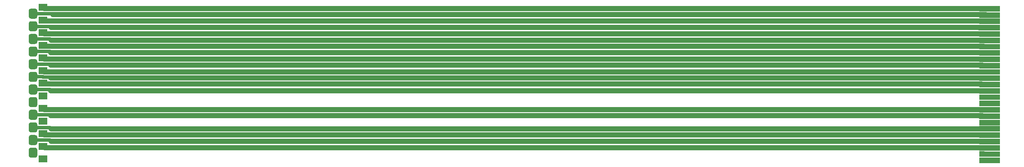
<source format=gbr>
%TF.GenerationSoftware,KiCad,Pcbnew,(5.1.9)-1*%
%TF.CreationDate,2021-05-28T12:30:45-05:00*%
%TF.ProjectId,MCD QSB,4d434420-5153-4422-9e6b-696361645f70,rev?*%
%TF.SameCoordinates,Original*%
%TF.FileFunction,Copper,L1,Top*%
%TF.FilePolarity,Positive*%
%FSLAX46Y46*%
G04 Gerber Fmt 4.6, Leading zero omitted, Abs format (unit mm)*
G04 Created by KiCad (PCBNEW (5.1.9)-1) date 2021-05-28 12:30:45*
%MOMM*%
%LPD*%
G01*
G04 APERTURE LIST*
%TA.AperFunction,EtchedComponent*%
%ADD10C,0.100000*%
%TD*%
%TA.AperFunction,ComponentPad*%
%ADD11R,1.700000X1.400000*%
%TD*%
%TA.AperFunction,SMDPad,CuDef*%
%ADD12R,1.000000X1.000000*%
%TD*%
%TA.AperFunction,ConnectorPad*%
%ADD13R,1.000000X1.000000*%
%TD*%
%TA.AperFunction,ViaPad*%
%ADD14C,0.800000*%
%TD*%
%TA.AperFunction,Conductor*%
%ADD15C,1.000000*%
%TD*%
%TA.AperFunction,Conductor*%
%ADD16C,0.700000*%
%TD*%
%TA.AperFunction,Conductor*%
%ADD17C,0.250000*%
%TD*%
%TA.AperFunction,Conductor*%
%ADD18C,0.650000*%
%TD*%
G04 APERTURE END LIST*
D10*
%TO.C,J2*%
G36*
X237268000Y-90148000D02*
G01*
X237268000Y-89148000D01*
X241268000Y-89148000D01*
X241268000Y-90148000D01*
X237268000Y-90148000D01*
G37*
X237268000Y-90148000D02*
X237268000Y-89148000D01*
X241268000Y-89148000D01*
X241268000Y-90148000D01*
X237268000Y-90148000D01*
G36*
X237268000Y-91398000D02*
G01*
X237268000Y-90398000D01*
X241268000Y-90398000D01*
X241268000Y-91398000D01*
X237268000Y-91398000D01*
G37*
X237268000Y-91398000D02*
X237268000Y-90398000D01*
X241268000Y-90398000D01*
X241268000Y-91398000D01*
X237268000Y-91398000D01*
G36*
X237268000Y-92648000D02*
G01*
X237268000Y-91648000D01*
X241268000Y-91648000D01*
X241268000Y-92648000D01*
X237268000Y-92648000D01*
G37*
X237268000Y-92648000D02*
X237268000Y-91648000D01*
X241268000Y-91648000D01*
X241268000Y-92648000D01*
X237268000Y-92648000D01*
G36*
X237268000Y-93898000D02*
G01*
X237268000Y-92898000D01*
X241268000Y-92898000D01*
X241268000Y-93898000D01*
X237268000Y-93898000D01*
G37*
X237268000Y-93898000D02*
X237268000Y-92898000D01*
X241268000Y-92898000D01*
X241268000Y-93898000D01*
X237268000Y-93898000D01*
G36*
X237268000Y-95148000D02*
G01*
X237268000Y-94148000D01*
X241268000Y-94148000D01*
X241268000Y-95148000D01*
X237268000Y-95148000D01*
G37*
X237268000Y-95148000D02*
X237268000Y-94148000D01*
X241268000Y-94148000D01*
X241268000Y-95148000D01*
X237268000Y-95148000D01*
G36*
X237268000Y-96398000D02*
G01*
X237268000Y-95398000D01*
X241268000Y-95398000D01*
X241268000Y-96398000D01*
X237268000Y-96398000D01*
G37*
X237268000Y-96398000D02*
X237268000Y-95398000D01*
X241268000Y-95398000D01*
X241268000Y-96398000D01*
X237268000Y-96398000D01*
G36*
X237268000Y-97648000D02*
G01*
X237268000Y-96648000D01*
X241268000Y-96648000D01*
X241268000Y-97648000D01*
X237268000Y-97648000D01*
G37*
X237268000Y-97648000D02*
X237268000Y-96648000D01*
X241268000Y-96648000D01*
X241268000Y-97648000D01*
X237268000Y-97648000D01*
G36*
X237268000Y-98898000D02*
G01*
X237268000Y-97898000D01*
X241268000Y-97898000D01*
X241268000Y-98898000D01*
X237268000Y-98898000D01*
G37*
X237268000Y-98898000D02*
X237268000Y-97898000D01*
X241268000Y-97898000D01*
X241268000Y-98898000D01*
X237268000Y-98898000D01*
G36*
X237268000Y-100148000D02*
G01*
X237268000Y-99148000D01*
X241268000Y-99148000D01*
X241268000Y-100148000D01*
X237268000Y-100148000D01*
G37*
X237268000Y-100148000D02*
X237268000Y-99148000D01*
X241268000Y-99148000D01*
X241268000Y-100148000D01*
X237268000Y-100148000D01*
G36*
X237268000Y-101398000D02*
G01*
X237268000Y-100398000D01*
X241268000Y-100398000D01*
X241268000Y-101398000D01*
X237268000Y-101398000D01*
G37*
X237268000Y-101398000D02*
X237268000Y-100398000D01*
X241268000Y-100398000D01*
X241268000Y-101398000D01*
X237268000Y-101398000D01*
G36*
X237268000Y-102648000D02*
G01*
X237268000Y-101648000D01*
X241268000Y-101648000D01*
X241268000Y-102648000D01*
X237268000Y-102648000D01*
G37*
X237268000Y-102648000D02*
X237268000Y-101648000D01*
X241268000Y-101648000D01*
X241268000Y-102648000D01*
X237268000Y-102648000D01*
G36*
X237268000Y-103898000D02*
G01*
X237268000Y-102898000D01*
X241268000Y-102898000D01*
X241268000Y-103898000D01*
X237268000Y-103898000D01*
G37*
X237268000Y-103898000D02*
X237268000Y-102898000D01*
X241268000Y-102898000D01*
X241268000Y-103898000D01*
X237268000Y-103898000D01*
G36*
X237268000Y-120148000D02*
G01*
X237268000Y-119148000D01*
X241268000Y-119148000D01*
X241268000Y-120148000D01*
X237268000Y-120148000D01*
G37*
X237268000Y-120148000D02*
X237268000Y-119148000D01*
X241268000Y-119148000D01*
X241268000Y-120148000D01*
X237268000Y-120148000D01*
G36*
X237268000Y-118898000D02*
G01*
X237268000Y-117898000D01*
X241268000Y-117898000D01*
X241268000Y-118898000D01*
X237268000Y-118898000D01*
G37*
X237268000Y-118898000D02*
X237268000Y-117898000D01*
X241268000Y-117898000D01*
X241268000Y-118898000D01*
X237268000Y-118898000D01*
G36*
X237268000Y-117648000D02*
G01*
X237268000Y-116648000D01*
X241268000Y-116648000D01*
X241268000Y-117648000D01*
X237268000Y-117648000D01*
G37*
X237268000Y-117648000D02*
X237268000Y-116648000D01*
X241268000Y-116648000D01*
X241268000Y-117648000D01*
X237268000Y-117648000D01*
G36*
X237268000Y-116398000D02*
G01*
X237268000Y-115398000D01*
X241268000Y-115398000D01*
X241268000Y-116398000D01*
X237268000Y-116398000D01*
G37*
X237268000Y-116398000D02*
X237268000Y-115398000D01*
X241268000Y-115398000D01*
X241268000Y-116398000D01*
X237268000Y-116398000D01*
G36*
X237268000Y-115148000D02*
G01*
X237268000Y-114148000D01*
X241268000Y-114148000D01*
X241268000Y-115148000D01*
X237268000Y-115148000D01*
G37*
X237268000Y-115148000D02*
X237268000Y-114148000D01*
X241268000Y-114148000D01*
X241268000Y-115148000D01*
X237268000Y-115148000D01*
G36*
X237268000Y-113898000D02*
G01*
X237268000Y-112898000D01*
X241268000Y-112898000D01*
X241268000Y-113898000D01*
X237268000Y-113898000D01*
G37*
X237268000Y-113898000D02*
X237268000Y-112898000D01*
X241268000Y-112898000D01*
X241268000Y-113898000D01*
X237268000Y-113898000D01*
G36*
X237268000Y-105148000D02*
G01*
X237268000Y-104148000D01*
X241268000Y-104148000D01*
X241268000Y-105148000D01*
X237268000Y-105148000D01*
G37*
X237268000Y-105148000D02*
X237268000Y-104148000D01*
X241268000Y-104148000D01*
X241268000Y-105148000D01*
X237268000Y-105148000D01*
G36*
X237268000Y-112648000D02*
G01*
X237268000Y-111648000D01*
X241268000Y-111648000D01*
X241268000Y-112648000D01*
X237268000Y-112648000D01*
G37*
X237268000Y-112648000D02*
X237268000Y-111648000D01*
X241268000Y-111648000D01*
X241268000Y-112648000D01*
X237268000Y-112648000D01*
G36*
X237268000Y-111398000D02*
G01*
X237268000Y-110398000D01*
X241268000Y-110398000D01*
X241268000Y-111398000D01*
X237268000Y-111398000D01*
G37*
X237268000Y-111398000D02*
X237268000Y-110398000D01*
X241268000Y-110398000D01*
X241268000Y-111398000D01*
X237268000Y-111398000D01*
G36*
X237268000Y-110148000D02*
G01*
X237268000Y-109148000D01*
X241268000Y-109148000D01*
X241268000Y-110148000D01*
X237268000Y-110148000D01*
G37*
X237268000Y-110148000D02*
X237268000Y-109148000D01*
X241268000Y-109148000D01*
X241268000Y-110148000D01*
X237268000Y-110148000D01*
G36*
X237268000Y-108898000D02*
G01*
X237268000Y-107898000D01*
X241268000Y-107898000D01*
X241268000Y-108898000D01*
X237268000Y-108898000D01*
G37*
X237268000Y-108898000D02*
X237268000Y-107898000D01*
X241268000Y-107898000D01*
X241268000Y-108898000D01*
X237268000Y-108898000D01*
G36*
X237268000Y-107648000D02*
G01*
X237268000Y-106648000D01*
X241268000Y-106648000D01*
X241268000Y-107648000D01*
X237268000Y-107648000D01*
G37*
X237268000Y-107648000D02*
X237268000Y-106648000D01*
X241268000Y-106648000D01*
X241268000Y-107648000D01*
X237268000Y-107648000D01*
G36*
X237268000Y-106398000D02*
G01*
X237268000Y-105398000D01*
X241268000Y-105398000D01*
X241268000Y-106398000D01*
X237268000Y-106398000D01*
G37*
X237268000Y-106398000D02*
X237268000Y-105398000D01*
X241268000Y-105398000D01*
X241268000Y-106398000D01*
X237268000Y-106398000D01*
%TD*%
D11*
%TO.P,J1,1*%
%TO.N,/CDCK*%
X52832000Y-89408000D03*
%TO.P,J1,2*%
%TO.N,/D-M*%
%TA.AperFunction,ComponentPad*%
G36*
G01*
X49982000Y-91233000D02*
X49982000Y-90083000D01*
G75*
G02*
X50407000Y-89658000I425000J0D01*
G01*
X51257000Y-89658000D01*
G75*
G02*
X51682000Y-90083000I0J-425000D01*
G01*
X51682000Y-91233000D01*
G75*
G02*
X51257000Y-91658000I-425000J0D01*
G01*
X50407000Y-91658000D01*
G75*
G02*
X49982000Y-91233000I0J425000D01*
G01*
G37*
%TD.AperFunction*%
%TO.P,J1,3*%
%TO.N,/IRQ*%
X52832000Y-91908000D03*
%TO.P,J1,4*%
%TO.N,/ERES*%
%TA.AperFunction,ComponentPad*%
G36*
G01*
X49982000Y-93733000D02*
X49982000Y-92583000D01*
G75*
G02*
X50407000Y-92158000I425000J0D01*
G01*
X51257000Y-92158000D01*
G75*
G02*
X51682000Y-92583000I0J-425000D01*
G01*
X51682000Y-93733000D01*
G75*
G02*
X51257000Y-94158000I-425000J0D01*
G01*
X50407000Y-94158000D01*
G75*
G02*
X49982000Y-93733000I0J425000D01*
G01*
G37*
%TD.AperFunction*%
%TO.P,J1,5*%
%TO.N,/HDCK*%
X52832000Y-94408000D03*
%TO.P,J1,6*%
%TO.N,/DB0*%
%TA.AperFunction,ComponentPad*%
G36*
G01*
X49982000Y-96233000D02*
X49982000Y-95083000D01*
G75*
G02*
X50407000Y-94658000I425000J0D01*
G01*
X51257000Y-94658000D01*
G75*
G02*
X51682000Y-95083000I0J-425000D01*
G01*
X51682000Y-96233000D01*
G75*
G02*
X51257000Y-96658000I-425000J0D01*
G01*
X50407000Y-96658000D01*
G75*
G02*
X49982000Y-96233000I0J425000D01*
G01*
G37*
%TD.AperFunction*%
%TO.P,J1,7*%
%TO.N,/DB1*%
X52832000Y-96908000D03*
%TO.P,J1,8*%
%TO.N,/DB2*%
%TA.AperFunction,ComponentPad*%
G36*
G01*
X49982000Y-98733000D02*
X49982000Y-97583000D01*
G75*
G02*
X50407000Y-97158000I425000J0D01*
G01*
X51257000Y-97158000D01*
G75*
G02*
X51682000Y-97583000I0J-425000D01*
G01*
X51682000Y-98733000D01*
G75*
G02*
X51257000Y-99158000I-425000J0D01*
G01*
X50407000Y-99158000D01*
G75*
G02*
X49982000Y-98733000I0J425000D01*
G01*
G37*
%TD.AperFunction*%
%TO.P,J1,9*%
%TO.N,/DB3*%
X52832000Y-99408000D03*
%TO.P,J1,10*%
%TO.N,/C2PO*%
%TA.AperFunction,ComponentPad*%
G36*
G01*
X49982000Y-101233000D02*
X49982000Y-100083000D01*
G75*
G02*
X50407000Y-99658000I425000J0D01*
G01*
X51257000Y-99658000D01*
G75*
G02*
X51682000Y-100083000I0J-425000D01*
G01*
X51682000Y-101233000D01*
G75*
G02*
X51257000Y-101658000I-425000J0D01*
G01*
X50407000Y-101658000D01*
G75*
G02*
X49982000Y-101233000I0J425000D01*
G01*
G37*
%TD.AperFunction*%
%TO.P,J1,11*%
%TO.N,/BCLK*%
X52832000Y-101908000D03*
%TO.P,J1,12*%
%TO.N,/SDATA*%
%TA.AperFunction,ComponentPad*%
G36*
G01*
X49982000Y-103733000D02*
X49982000Y-102583000D01*
G75*
G02*
X50407000Y-102158000I425000J0D01*
G01*
X51257000Y-102158000D01*
G75*
G02*
X51682000Y-102583000I0J-425000D01*
G01*
X51682000Y-103733000D01*
G75*
G02*
X51257000Y-104158000I-425000J0D01*
G01*
X50407000Y-104158000D01*
G75*
G02*
X49982000Y-103733000I0J425000D01*
G01*
G37*
%TD.AperFunction*%
%TO.P,J1,13*%
%TO.N,/LRCK*%
X52832000Y-104408000D03*
%TO.P,J1,14*%
%TO.N,/DFCK*%
%TA.AperFunction,ComponentPad*%
G36*
G01*
X49982000Y-106233000D02*
X49982000Y-105083000D01*
G75*
G02*
X50407000Y-104658000I425000J0D01*
G01*
X51257000Y-104658000D01*
G75*
G02*
X51682000Y-105083000I0J-425000D01*
G01*
X51682000Y-106233000D01*
G75*
G02*
X51257000Y-106658000I-425000J0D01*
G01*
X50407000Y-106658000D01*
G75*
G02*
X49982000Y-106233000I0J425000D01*
G01*
G37*
%TD.AperFunction*%
%TO.P,J1,15*%
%TO.N,Net-(J1-Pad15)*%
X52832000Y-106908000D03*
%TO.P,J1,16*%
%TO.N,Net-(J1-Pad16)*%
%TA.AperFunction,ComponentPad*%
G36*
G01*
X49982000Y-108733000D02*
X49982000Y-107583000D01*
G75*
G02*
X50407000Y-107158000I425000J0D01*
G01*
X51257000Y-107158000D01*
G75*
G02*
X51682000Y-107583000I0J-425000D01*
G01*
X51682000Y-108733000D01*
G75*
G02*
X51257000Y-109158000I-425000J0D01*
G01*
X50407000Y-109158000D01*
G75*
G02*
X49982000Y-108733000I0J425000D01*
G01*
G37*
%TD.AperFunction*%
%TO.P,J1,17*%
%TO.N,/EXCK*%
X52832000Y-109408000D03*
%TO.P,J1,18*%
%TO.N,/SBSO*%
%TA.AperFunction,ComponentPad*%
G36*
G01*
X49982000Y-111233000D02*
X49982000Y-110083000D01*
G75*
G02*
X50407000Y-109658000I425000J0D01*
G01*
X51257000Y-109658000D01*
G75*
G02*
X51682000Y-110083000I0J-425000D01*
G01*
X51682000Y-111233000D01*
G75*
G02*
X51257000Y-111658000I-425000J0D01*
G01*
X50407000Y-111658000D01*
G75*
G02*
X49982000Y-111233000I0J425000D01*
G01*
G37*
%TD.AperFunction*%
%TO.P,J1,19*%
%TO.N,Net-(J1-Pad19)*%
X52832000Y-111908000D03*
%TO.P,J1,20*%
%TO.N,/SCOR*%
%TA.AperFunction,ComponentPad*%
G36*
G01*
X49982000Y-113733000D02*
X49982000Y-112583000D01*
G75*
G02*
X50407000Y-112158000I425000J0D01*
G01*
X51257000Y-112158000D01*
G75*
G02*
X51682000Y-112583000I0J-425000D01*
G01*
X51682000Y-113733000D01*
G75*
G02*
X51257000Y-114158000I-425000J0D01*
G01*
X50407000Y-114158000D01*
G75*
G02*
X49982000Y-113733000I0J425000D01*
G01*
G37*
%TD.AperFunction*%
%TO.P,J1,21*%
%TO.N,/GND*%
X52832000Y-114408000D03*
%TO.P,J1,22*%
%TO.N,/WFCK*%
%TA.AperFunction,ComponentPad*%
G36*
G01*
X49982000Y-116233000D02*
X49982000Y-115083000D01*
G75*
G02*
X50407000Y-114658000I425000J0D01*
G01*
X51257000Y-114658000D01*
G75*
G02*
X51682000Y-115083000I0J-425000D01*
G01*
X51682000Y-116233000D01*
G75*
G02*
X51257000Y-116658000I-425000J0D01*
G01*
X50407000Y-116658000D01*
G75*
G02*
X49982000Y-116233000I0J425000D01*
G01*
G37*
%TD.AperFunction*%
%TO.P,J1,23*%
%TO.N,/VCC*%
X52832000Y-116908000D03*
%TO.P,J1,24*%
%TO.N,Net-(J1-Pad24)*%
%TA.AperFunction,ComponentPad*%
G36*
G01*
X49982000Y-118733000D02*
X49982000Y-117583000D01*
G75*
G02*
X50407000Y-117158000I425000J0D01*
G01*
X51257000Y-117158000D01*
G75*
G02*
X51682000Y-117583000I0J-425000D01*
G01*
X51682000Y-118733000D01*
G75*
G02*
X51257000Y-119158000I-425000J0D01*
G01*
X50407000Y-119158000D01*
G75*
G02*
X49982000Y-118733000I0J425000D01*
G01*
G37*
%TD.AperFunction*%
%TO.P,J1,25*%
%TO.N,Net-(J1-Pad25)*%
X52832000Y-119408000D03*
%TD*%
D12*
%TO.P,J2,25*%
%TO.N,Net-(J2-Pad25)*%
X237768000Y-119648000D03*
%TO.P,J2,24*%
%TO.N,Net-(J2-Pad24)*%
X237768000Y-118398000D03*
%TO.P,J2,23*%
%TO.N,/VCC*%
X237768000Y-117148000D03*
%TO.P,J2,22*%
%TO.N,/WFCK*%
X237768000Y-115898000D03*
%TO.P,J2,21*%
%TO.N,/GND*%
X237768000Y-114648000D03*
%TO.P,J2,20*%
%TO.N,/SCOR*%
X237768000Y-113398000D03*
%TO.P,J2,19*%
%TO.N,Net-(J2-Pad19)*%
X237768000Y-112148000D03*
%TO.P,J2,18*%
%TO.N,/SBSO*%
X237768000Y-110898000D03*
%TO.P,J2,17*%
%TO.N,/EXCK*%
X237768000Y-109648000D03*
%TO.P,J2,16*%
%TO.N,Net-(J2-Pad16)*%
X237768000Y-108398000D03*
D13*
%TO.P,J2,15*%
%TO.N,Net-(J2-Pad15)*%
X237768000Y-107148000D03*
D12*
%TO.P,J2,14*%
%TO.N,/DFCK*%
X237768000Y-105898000D03*
%TO.P,J2,13*%
%TO.N,/LRCK*%
X237768000Y-104648000D03*
%TO.P,J2,12*%
%TO.N,/SDATA*%
X237768000Y-103398000D03*
%TO.P,J2,11*%
%TO.N,/BCLK*%
X237768000Y-102148000D03*
%TO.P,J2,10*%
%TO.N,/C2PO*%
X237768000Y-100898000D03*
%TO.P,J2,9*%
%TO.N,/DB3*%
X237768000Y-99648000D03*
%TO.P,J2,8*%
%TO.N,/DB2*%
X237768000Y-98398000D03*
%TO.P,J2,7*%
%TO.N,/DB1*%
X237768000Y-97148000D03*
%TO.P,J2,6*%
%TO.N,/DB0*%
X237768000Y-95898000D03*
%TO.P,J2,5*%
%TO.N,/HDCK*%
X237768000Y-94648000D03*
%TO.P,J2,4*%
%TO.N,/ERES*%
X237768000Y-93398000D03*
%TO.P,J2,3*%
%TO.N,/IRQ*%
X237768000Y-92148000D03*
%TO.P,J2,2*%
%TO.N,/D-M*%
X237768000Y-90898000D03*
%TO.P,J2,1*%
%TO.N,/CDCK*%
X237768000Y-89648000D03*
%TD*%
D14*
%TO.N,/GND*%
X56852800Y-114648000D03*
X61882000Y-114648000D03*
X67038200Y-114648000D03*
X72459850Y-114661950D03*
X77109300Y-114648000D03*
X82740500Y-114604800D03*
X87960200Y-114681000D03*
X94038400Y-114648000D03*
X99091750Y-114598450D03*
X103924100Y-114642900D03*
X109353350Y-114649250D03*
X115074700Y-114642900D03*
X119811800Y-114630200D03*
X124682250Y-114661950D03*
X129057400Y-114693700D03*
X133578600Y-114744500D03*
X138709400Y-114604800D03*
X142627350Y-114585750D03*
X147523200Y-114604800D03*
X152431750Y-114585750D03*
X157949900Y-114642900D03*
X162452050Y-114636550D03*
X167811450Y-114598450D03*
X172294550Y-114611150D03*
X176123600Y-114642900D03*
X181076600Y-114642900D03*
X185420000Y-114642900D03*
X190119000Y-114642900D03*
X194500500Y-114642900D03*
X198564500Y-114642900D03*
X202565000Y-114642900D03*
X206489300Y-114642900D03*
X210070700Y-114642900D03*
X213906100Y-114642900D03*
X218033600Y-114642900D03*
X221932500Y-114642900D03*
X226161600Y-114642900D03*
X230322100Y-114648000D03*
%TD*%
D15*
%TO.N,/VCC*%
X53121999Y-117197999D02*
X52832000Y-116908000D01*
X237494001Y-117197999D02*
X53121999Y-117197999D01*
X237544000Y-117148000D02*
X237494001Y-117197999D01*
X237768000Y-117148000D02*
X237544000Y-117148000D01*
%TO.N,/WFCK*%
X238251410Y-115900200D02*
X54381400Y-115900200D01*
D16*
X54139200Y-115658000D02*
X50832000Y-115658000D01*
D17*
X54381400Y-115900200D02*
X54139200Y-115658000D01*
D15*
%TO.N,/GND*%
X53072000Y-114648000D02*
X56852800Y-114648000D01*
X52832000Y-114408000D02*
X53072000Y-114648000D01*
X56883300Y-114648000D02*
X61882000Y-114648000D01*
X61882000Y-114648000D02*
X67038200Y-114648000D01*
X67038200Y-114648000D02*
X77109300Y-114648000D01*
X77109300Y-114648000D02*
X94038400Y-114648000D01*
X227794800Y-114648000D02*
X230322100Y-114648000D01*
X227789700Y-114642900D02*
X227794800Y-114648000D01*
X93954600Y-114642900D02*
X103924100Y-114642900D01*
X103924100Y-114642900D02*
X115074700Y-114642900D01*
X115074700Y-114642900D02*
X157949900Y-114642900D01*
X157949900Y-114642900D02*
X176123600Y-114642900D01*
X176123600Y-114642900D02*
X181076600Y-114642900D01*
X181076600Y-114642900D02*
X185420000Y-114642900D01*
X185420000Y-114642900D02*
X190119000Y-114642900D01*
X190119000Y-114642900D02*
X194500500Y-114642900D01*
X194500500Y-114642900D02*
X198564500Y-114642900D01*
X198564500Y-114642900D02*
X202565000Y-114642900D01*
X202565000Y-114642900D02*
X206489300Y-114642900D01*
X206489300Y-114642900D02*
X210070700Y-114642900D01*
X210070700Y-114642900D02*
X213906100Y-114642900D01*
X213906100Y-114642900D02*
X218033600Y-114642900D01*
X218033600Y-114642900D02*
X221932500Y-114642900D01*
X221932500Y-114642900D02*
X226161600Y-114642900D01*
X226161600Y-114642900D02*
X227789700Y-114642900D01*
X230322100Y-114648000D02*
X237768000Y-114648000D01*
%TO.N,/SCOR*%
X238354798Y-113411000D02*
X54406800Y-113411000D01*
D16*
X54128400Y-113158000D02*
X50832000Y-113158000D01*
X54381400Y-113411000D02*
X54128400Y-113158000D01*
X54406800Y-113411000D02*
X54381400Y-113411000D01*
D15*
%TO.N,/SBSO*%
X237390000Y-110898000D02*
X237340010Y-110848010D01*
X237768000Y-110898000D02*
X237390000Y-110898000D01*
X237835310Y-110832900D02*
X54343300Y-110832900D01*
D18*
X54193399Y-110682999D02*
X54343300Y-110832900D01*
X51351999Y-110682999D02*
X54193399Y-110682999D01*
X51327000Y-110658000D02*
X51351999Y-110682999D01*
X50832000Y-110658000D02*
X51327000Y-110658000D01*
D15*
%TO.N,/EXCK*%
X53072000Y-109648000D02*
X237768000Y-109648000D01*
X52832000Y-109408000D02*
X53072000Y-109648000D01*
%TO.N,/DFCK*%
X238176011Y-105892600D02*
X54356000Y-105892600D01*
D16*
X54122002Y-105658000D02*
X50832000Y-105658000D01*
X54356000Y-105891998D02*
X54122002Y-105658000D01*
X54356000Y-105892600D02*
X54356000Y-105891998D01*
D15*
%TO.N,/LRCK*%
X237718001Y-104598001D02*
X237768000Y-104648000D01*
X53022001Y-104598001D02*
X237718001Y-104598001D01*
X52832000Y-104408000D02*
X53022001Y-104598001D01*
%TO.N,/SDATA*%
X237510000Y-103398000D02*
X237460010Y-103348010D01*
X237768000Y-103398000D02*
X237510000Y-103398000D01*
X238033298Y-103339900D02*
X54343300Y-103339900D01*
D18*
X54186399Y-103182999D02*
X54343300Y-103339900D01*
X52789399Y-103182999D02*
X54186399Y-103182999D01*
X52764400Y-103158000D02*
X52789399Y-103182999D01*
X50832000Y-103158000D02*
X52764400Y-103158000D01*
D15*
%TO.N,/BCLK*%
X53072000Y-102148000D02*
X237768000Y-102148000D01*
X52832000Y-101908000D02*
X53072000Y-102148000D01*
%TO.N,/C2PO*%
X237430000Y-100898000D02*
X237380010Y-100848010D01*
X237768000Y-100898000D02*
X237430000Y-100898000D01*
X237849910Y-100848010D02*
X54317900Y-100848010D01*
D18*
X54152889Y-100682999D02*
X54317900Y-100848010D01*
X51706999Y-100682999D02*
X54152889Y-100682999D01*
X51682000Y-100658000D02*
X51706999Y-100682999D01*
X50832000Y-100658000D02*
X51682000Y-100658000D01*
D15*
%TO.N,/DB3*%
X53072000Y-99648000D02*
X237768000Y-99648000D01*
X52832000Y-99408000D02*
X53072000Y-99648000D01*
%TO.N,/DB2*%
X239463302Y-98348001D02*
X54343300Y-98348001D01*
X238778002Y-98398000D02*
X238828001Y-98348001D01*
X237768000Y-98398000D02*
X238778002Y-98398000D01*
D18*
X54153299Y-98158000D02*
X54343300Y-98348001D01*
X50832000Y-98158000D02*
X54153299Y-98158000D01*
D15*
%TO.N,/DB1*%
X237718001Y-97098001D02*
X237768000Y-97148000D01*
X53022001Y-97098001D02*
X237718001Y-97098001D01*
X52832000Y-96908000D02*
X53022001Y-97098001D01*
%TO.N,/DB0*%
X238238710Y-95897700D02*
X54368700Y-95897700D01*
D18*
X54144010Y-95673010D02*
X54368700Y-95897700D01*
X50847010Y-95673010D02*
X54144010Y-95673010D01*
X50832000Y-95658000D02*
X50847010Y-95673010D01*
D15*
%TO.N,/HDCK*%
X53072000Y-94648000D02*
X237768000Y-94648000D01*
X52832000Y-94408000D02*
X53072000Y-94648000D01*
%TO.N,/ERES*%
X237310000Y-93398000D02*
X237260010Y-93447990D01*
X237768000Y-93398000D02*
X237310000Y-93398000D01*
X237771418Y-93421200D02*
X54381400Y-93421200D01*
D18*
X50856999Y-93182999D02*
X50832000Y-93158000D01*
X54143199Y-93182999D02*
X50856999Y-93182999D01*
X54381400Y-93421200D02*
X54143199Y-93182999D01*
D15*
%TO.N,/IRQ*%
X53072000Y-92148000D02*
X52832000Y-91908000D01*
X237768000Y-92148000D02*
X53072000Y-92148000D01*
%TO.N,/D-M*%
X238584900Y-90843100D02*
X54698900Y-90843100D01*
D18*
X50847010Y-90673010D02*
X50832000Y-90658000D01*
X54528810Y-90673010D02*
X50847010Y-90673010D01*
X54698900Y-90843100D02*
X54528810Y-90673010D01*
D15*
%TO.N,/CDCK*%
X53072000Y-89648000D02*
X52832000Y-89408000D01*
X237768000Y-89648000D02*
X53072000Y-89648000D01*
%TD*%
M02*

</source>
